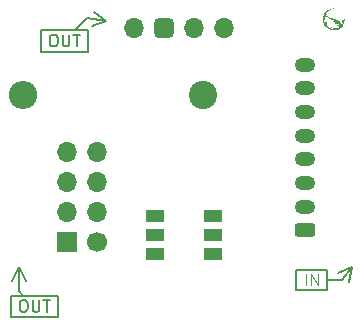
<source format=gbr>
%TF.GenerationSoftware,KiCad,Pcbnew,(6.0.7)*%
%TF.CreationDate,2022-11-17T23:55:45-05:00*%
%TF.ProjectId,SB Quick connect,53422051-7569-4636-9b20-636f6e6e6563,2.0*%
%TF.SameCoordinates,Original*%
%TF.FileFunction,Soldermask,Top*%
%TF.FilePolarity,Negative*%
%FSLAX46Y46*%
G04 Gerber Fmt 4.6, Leading zero omitted, Abs format (unit mm)*
G04 Created by KiCad (PCBNEW (6.0.7)) date 2022-11-17 23:55:45*
%MOMM*%
%LPD*%
G01*
G04 APERTURE LIST*
G04 Aperture macros list*
%AMRoundRect*
0 Rectangle with rounded corners*
0 $1 Rounding radius*
0 $2 $3 $4 $5 $6 $7 $8 $9 X,Y pos of 4 corners*
0 Add a 4 corners polygon primitive as box body*
4,1,4,$2,$3,$4,$5,$6,$7,$8,$9,$2,$3,0*
0 Add four circle primitives for the rounded corners*
1,1,$1+$1,$2,$3*
1,1,$1+$1,$4,$5*
1,1,$1+$1,$6,$7*
1,1,$1+$1,$8,$9*
0 Add four rect primitives between the rounded corners*
20,1,$1+$1,$2,$3,$4,$5,0*
20,1,$1+$1,$4,$5,$6,$7,0*
20,1,$1+$1,$6,$7,$8,$9,0*
20,1,$1+$1,$8,$9,$2,$3,0*%
G04 Aperture macros list end*
%ADD10C,0.150000*%
%ADD11C,0.100000*%
%ADD12C,0.200000*%
%ADD13O,1.700000X1.700000*%
%ADD14RoundRect,0.425000X-0.425000X0.425000X-0.425000X-0.425000X0.425000X-0.425000X0.425000X0.425000X0*%
%ADD15R,1.500000X1.000000*%
%ADD16O,1.750000X1.200000*%
%ADD17RoundRect,0.300000X0.575000X-0.300000X0.575000X0.300000X-0.575000X0.300000X-0.575000X-0.300000X0*%
%ADD18O,2.400000X2.400000*%
%ADD19C,2.400000*%
%ADD20C,1.700000*%
%ADD21R,1.700000X1.700000*%
G04 APERTURE END LIST*
D10*
X67580000Y-45362380D02*
X67770476Y-45362380D01*
X67865714Y-45410000D01*
X67960952Y-45505238D01*
X68008571Y-45695714D01*
X68008571Y-46029047D01*
X67960952Y-46219523D01*
X67865714Y-46314761D01*
X67770476Y-46362380D01*
X67580000Y-46362380D01*
X67484761Y-46314761D01*
X67389523Y-46219523D01*
X67341904Y-46029047D01*
X67341904Y-45695714D01*
X67389523Y-45505238D01*
X67484761Y-45410000D01*
X67580000Y-45362380D01*
X68437142Y-45362380D02*
X68437142Y-46171904D01*
X68484761Y-46267142D01*
X68532380Y-46314761D01*
X68627619Y-46362380D01*
X68818095Y-46362380D01*
X68913333Y-46314761D01*
X68960952Y-46267142D01*
X69008571Y-46171904D01*
X69008571Y-45362380D01*
X69341904Y-45362380D02*
X69913333Y-45362380D01*
X69627619Y-46362380D02*
X69627619Y-45362380D01*
X67310000Y-42600000D02*
X67310000Y-44640000D01*
X67310000Y-42600000D02*
X66723579Y-43726504D01*
X67310000Y-42600000D02*
X67896421Y-43726504D01*
X66576429Y-44992500D02*
X66576429Y-46827500D01*
X66576429Y-46827500D02*
X70583572Y-46827500D01*
X70583572Y-46827500D02*
X70583572Y-44992500D01*
X70583572Y-44992500D02*
X66576429Y-44992500D01*
X67310000Y-44640000D02*
X67662500Y-44992500D01*
X70120000Y-22896523D02*
X70310476Y-22896523D01*
X70405714Y-22944143D01*
X70500952Y-23039381D01*
X70548571Y-23229857D01*
X70548571Y-23563190D01*
X70500952Y-23753666D01*
X70405714Y-23848904D01*
X70310476Y-23896523D01*
X70120000Y-23896523D01*
X70024761Y-23848904D01*
X69929523Y-23753666D01*
X69881904Y-23563190D01*
X69881904Y-23229857D01*
X69929523Y-23039381D01*
X70024761Y-22944143D01*
X70120000Y-22896523D01*
X70977142Y-22896523D02*
X70977142Y-23706047D01*
X71024761Y-23801285D01*
X71072380Y-23848904D01*
X71167619Y-23896523D01*
X71358095Y-23896523D01*
X71453333Y-23848904D01*
X71500952Y-23801285D01*
X71548571Y-23706047D01*
X71548571Y-22896523D01*
X71881904Y-22896523D02*
X72453333Y-22896523D01*
X72167619Y-23896523D02*
X72167619Y-22896523D01*
X74689750Y-21779596D02*
X73054789Y-21509354D01*
X74689750Y-21779596D02*
X73673958Y-21017319D01*
X74689750Y-21779596D02*
X73482695Y-22174460D01*
X69116429Y-22526643D02*
X69116429Y-24361643D01*
X69116429Y-24361643D02*
X73123572Y-24361643D01*
X73123572Y-24361643D02*
X73123572Y-22526643D01*
X73123572Y-22526643D02*
X69116429Y-22526643D01*
X73054789Y-21509354D02*
X72037500Y-22526643D01*
D11*
X91561190Y-44127380D02*
X91561190Y-43127380D01*
X92037380Y-44127380D02*
X92037380Y-43127380D01*
X92608809Y-44127380D01*
X92608809Y-43127380D01*
D12*
X95488461Y-42591080D02*
X94625000Y-43675000D01*
X95488461Y-42591080D02*
X94327887Y-43106801D01*
X95488461Y-42591080D02*
X95245238Y-43837572D01*
X90773095Y-42795000D02*
X90773095Y-44555000D01*
X90773095Y-44555000D02*
X93396905Y-44555000D01*
X93396905Y-44555000D02*
X93396905Y-42795000D01*
X93396905Y-42795000D02*
X90773095Y-42795000D01*
X94625000Y-43675000D02*
X93396905Y-43675000D01*
%TO.C,G\u002A\u002A\u002A*%
G36*
X94032068Y-20682243D02*
G01*
X94160165Y-20707038D01*
X94239415Y-20731886D01*
X94279242Y-20747106D01*
X94306097Y-20758944D01*
X94319201Y-20766571D01*
X94317772Y-20769158D01*
X94301031Y-20765876D01*
X94268197Y-20755897D01*
X94259172Y-20752868D01*
X94222093Y-20741361D01*
X94188047Y-20732683D01*
X94164068Y-20728615D01*
X94163086Y-20728556D01*
X94136505Y-20724853D01*
X94103065Y-20717189D01*
X94089184Y-20713210D01*
X94041567Y-20704489D01*
X93981222Y-20702474D01*
X93912637Y-20706589D01*
X93840302Y-20716254D01*
X93768709Y-20730892D01*
X93702346Y-20749924D01*
X93652801Y-20769403D01*
X93610732Y-20788830D01*
X93689149Y-20800738D01*
X93730454Y-20808306D01*
X93761144Y-20816368D01*
X93779780Y-20823977D01*
X93784926Y-20830188D01*
X93775144Y-20834054D01*
X93748996Y-20834629D01*
X93739927Y-20834160D01*
X93657060Y-20837842D01*
X93572000Y-20858019D01*
X93487785Y-20893235D01*
X93407457Y-20942034D01*
X93334056Y-21002963D01*
X93290896Y-21049096D01*
X93263314Y-21085113D01*
X93235937Y-21126561D01*
X93210388Y-21170216D01*
X93188290Y-21212852D01*
X93171264Y-21251243D01*
X93160933Y-21282164D01*
X93158920Y-21302389D01*
X93161128Y-21307111D01*
X93169674Y-21303743D01*
X93185951Y-21289185D01*
X93201433Y-21272304D01*
X93227765Y-21245494D01*
X93259029Y-21219403D01*
X93290523Y-21197377D01*
X93317546Y-21182765D01*
X93332901Y-21178664D01*
X93334337Y-21184832D01*
X93324445Y-21201320D01*
X93307243Y-21222567D01*
X93255637Y-21293999D01*
X93213728Y-21378026D01*
X93182051Y-21471043D01*
X93161144Y-21569446D01*
X93151543Y-21669631D01*
X93153782Y-21767991D01*
X93168399Y-21860924D01*
X93195929Y-21944823D01*
X93198853Y-21951358D01*
X93215317Y-21983165D01*
X93235211Y-22015669D01*
X93255595Y-22044725D01*
X93273532Y-22066194D01*
X93286085Y-22075931D01*
X93287351Y-22076124D01*
X93289616Y-22067700D01*
X93288923Y-22045603D01*
X93285425Y-22014598D01*
X93285377Y-22014262D01*
X93282242Y-21940975D01*
X93291930Y-21859075D01*
X93308422Y-21790994D01*
X93313436Y-21774895D01*
X93317122Y-21768104D01*
X93320268Y-21772649D01*
X93323660Y-21790558D01*
X93328086Y-21823861D01*
X93331311Y-21850008D01*
X93351457Y-21964104D01*
X93382506Y-22063305D01*
X93425193Y-22148406D01*
X93480250Y-22220202D01*
X93548414Y-22279489D01*
X93630418Y-22327062D01*
X93726997Y-22363716D01*
X93828421Y-22388301D01*
X93867059Y-22394296D01*
X93889115Y-22394581D01*
X93894193Y-22389354D01*
X93881893Y-22378814D01*
X93865480Y-22369756D01*
X93842232Y-22356370D01*
X93814640Y-22338152D01*
X93786648Y-22318052D01*
X93762199Y-22299024D01*
X93745238Y-22284019D01*
X93739708Y-22275989D01*
X93739879Y-22275735D01*
X93749510Y-22277820D01*
X93769891Y-22287739D01*
X93789674Y-22299175D01*
X93871784Y-22339443D01*
X93957657Y-22363252D01*
X94044865Y-22370975D01*
X94130978Y-22362988D01*
X94213565Y-22339669D01*
X94290199Y-22301391D01*
X94358448Y-22248531D01*
X94398347Y-22205053D01*
X94420024Y-22175391D01*
X94427666Y-22156441D01*
X94420773Y-22146015D01*
X94398843Y-22141922D01*
X94383808Y-22141564D01*
X94351256Y-22138408D01*
X94310617Y-22130173D01*
X94274200Y-22119744D01*
X94209514Y-22097923D01*
X94258956Y-22092067D01*
X94288734Y-22086040D01*
X94320407Y-22075788D01*
X94349522Y-22063339D01*
X94371624Y-22050720D01*
X94382260Y-22039960D01*
X94381987Y-22036055D01*
X94371375Y-22033217D01*
X94345797Y-22030532D01*
X94308985Y-22028287D01*
X94264670Y-22026771D01*
X94260456Y-22026680D01*
X94210669Y-22025380D01*
X94174725Y-22023274D01*
X94147771Y-22019480D01*
X94124955Y-22013113D01*
X94101423Y-22003289D01*
X94082834Y-21994330D01*
X94056378Y-21979803D01*
X94028353Y-21962072D01*
X94001579Y-21943333D01*
X93978877Y-21925779D01*
X93963067Y-21911605D01*
X93956969Y-21903006D01*
X93963404Y-21902176D01*
X93965009Y-21902656D01*
X93998307Y-21910368D01*
X94041538Y-21916569D01*
X94086960Y-21920510D01*
X94126831Y-21921442D01*
X94145743Y-21920130D01*
X94174879Y-21914164D01*
X94189756Y-21906951D01*
X94188885Y-21899815D01*
X94174365Y-21894739D01*
X94085607Y-21875717D01*
X94012998Y-21857325D01*
X93954058Y-21838610D01*
X93906306Y-21818617D01*
X93867263Y-21796391D01*
X93834446Y-21770977D01*
X93821828Y-21759027D01*
X93801154Y-21737081D01*
X93787301Y-21719939D01*
X93783680Y-21712961D01*
X93791170Y-21712426D01*
X93810577Y-21719157D01*
X93831520Y-21728717D01*
X93867262Y-21743207D01*
X93906995Y-21751936D01*
X93957175Y-21756476D01*
X94010374Y-21757720D01*
X94053591Y-21755636D01*
X94084311Y-21750532D01*
X94100016Y-21742716D01*
X94101531Y-21738821D01*
X94092628Y-21728483D01*
X94067014Y-21715202D01*
X94026331Y-21699608D01*
X93972221Y-21682330D01*
X93906324Y-21663997D01*
X93906270Y-21663982D01*
X93812926Y-21638468D01*
X93735406Y-21614624D01*
X93671054Y-21591288D01*
X93617213Y-21567297D01*
X93571225Y-21541488D01*
X93530434Y-21512698D01*
X93498299Y-21485412D01*
X93473330Y-21460361D01*
X93446798Y-21430073D01*
X93421250Y-21397987D01*
X93399231Y-21367542D01*
X93383286Y-21342176D01*
X93375963Y-21325328D01*
X93376529Y-21320940D01*
X93385276Y-21324158D01*
X93403470Y-21336905D01*
X93420977Y-21351185D01*
X93449980Y-21374442D01*
X93480354Y-21394811D01*
X93514373Y-21413122D01*
X93554307Y-21430199D01*
X93602427Y-21446872D01*
X93661005Y-21463966D01*
X93732312Y-21482309D01*
X93818620Y-21502729D01*
X93867817Y-21513910D01*
X93971001Y-21538703D01*
X94057612Y-21563088D01*
X94129739Y-21587811D01*
X94189471Y-21613615D01*
X94238898Y-21641246D01*
X94254491Y-21651727D01*
X94304155Y-21685119D01*
X94344795Y-21707847D01*
X94381197Y-21721849D01*
X94418151Y-21729062D01*
X94451016Y-21731238D01*
X94484379Y-21732563D01*
X94502757Y-21735142D01*
X94509863Y-21740354D01*
X94509408Y-21749582D01*
X94508559Y-21752638D01*
X94497477Y-21813414D01*
X94502858Y-21868050D01*
X94525329Y-21920343D01*
X94539799Y-21942223D01*
X94567188Y-21971826D01*
X94599090Y-21994043D01*
X94630409Y-22006040D01*
X94653982Y-22005729D01*
X94675330Y-21992033D01*
X94692065Y-21968712D01*
X94703372Y-21940151D01*
X94708442Y-21910737D01*
X94706460Y-21884854D01*
X94696615Y-21866887D01*
X94680771Y-21861108D01*
X94664422Y-21868935D01*
X94657770Y-21879805D01*
X94649221Y-21897133D01*
X94641764Y-21898124D01*
X94637666Y-21885105D01*
X94639140Y-21860706D01*
X94642509Y-21836929D01*
X94640096Y-21827170D01*
X94629469Y-21827051D01*
X94621484Y-21828945D01*
X94597443Y-21834979D01*
X94612289Y-21784941D01*
X94629885Y-21734602D01*
X94650518Y-21689759D01*
X94671962Y-21654616D01*
X94691989Y-21633378D01*
X94692899Y-21632766D01*
X94711247Y-21623774D01*
X94741954Y-21611668D01*
X94779434Y-21598595D01*
X94793323Y-21594125D01*
X94834643Y-21580305D01*
X94873860Y-21565771D01*
X94904006Y-21553141D01*
X94909758Y-21550360D01*
X94946730Y-21531575D01*
X94930770Y-21553776D01*
X94921157Y-21569757D01*
X94905276Y-21599035D01*
X94884986Y-21638067D01*
X94862144Y-21683311D01*
X94850493Y-21706857D01*
X94821128Y-21768647D01*
X94799971Y-21818407D01*
X94785526Y-21860087D01*
X94776299Y-21897638D01*
X94774505Y-21907603D01*
X94746831Y-22020974D01*
X94703643Y-22124123D01*
X94645391Y-22216556D01*
X94572528Y-22297782D01*
X94485503Y-22367309D01*
X94384769Y-22424644D01*
X94270776Y-22469295D01*
X94255321Y-22474048D01*
X94220402Y-22483834D01*
X94188492Y-22490892D01*
X94155023Y-22495764D01*
X94115431Y-22498993D01*
X94065151Y-22501121D01*
X94017394Y-22502328D01*
X93929993Y-22502867D01*
X93860054Y-22500338D01*
X93806588Y-22494700D01*
X93796153Y-22492890D01*
X93666942Y-22459380D01*
X93542598Y-22409507D01*
X93426081Y-22344773D01*
X93320353Y-22266676D01*
X93282219Y-22232481D01*
X93196092Y-22138546D01*
X93126156Y-22035383D01*
X93072314Y-21922796D01*
X93034468Y-21800591D01*
X93016740Y-21704135D01*
X93007900Y-21573063D01*
X93016753Y-21446054D01*
X93042513Y-21324338D01*
X93084390Y-21209143D01*
X93141598Y-21101700D01*
X93213349Y-21003239D01*
X93298854Y-20914990D01*
X93397328Y-20838182D01*
X93507980Y-20774044D01*
X93630025Y-20723808D01*
X93648512Y-20717785D01*
X93774866Y-20687583D01*
X93903176Y-20675747D01*
X94032068Y-20682243D01*
G37*
%TD*%
D13*
%TO.C,I\u00B2C*%
X84619469Y-22330407D03*
X82079469Y-22330407D03*
D14*
X79539469Y-22330407D03*
D13*
X76999469Y-22330407D03*
%TD*%
D15*
%TO.C,Status*%
X78830000Y-38256814D03*
X78830000Y-39856814D03*
X78830000Y-41456814D03*
X83730000Y-41456814D03*
X83730000Y-39856814D03*
X83730000Y-38256814D03*
%TD*%
D16*
%TO.C,Toolboard*%
X91540000Y-25445000D03*
X91540000Y-27445000D03*
X91540000Y-29445000D03*
X91540000Y-31445000D03*
X91540000Y-33445000D03*
X91540000Y-35445000D03*
X91540000Y-37445000D03*
D17*
X91540000Y-39445000D03*
%TD*%
D18*
%TO.C,R1*%
X67610000Y-27975000D03*
D19*
X82850000Y-27975000D03*
%TD*%
D20*
%TO.C,J1*%
X73881315Y-40445026D03*
D21*
X71341315Y-40445026D03*
D13*
X73881315Y-37905026D03*
X71341315Y-37905026D03*
X73881315Y-35365026D03*
X71341315Y-35365026D03*
X73881315Y-32825026D03*
X71341315Y-32825026D03*
%TD*%
M02*

</source>
